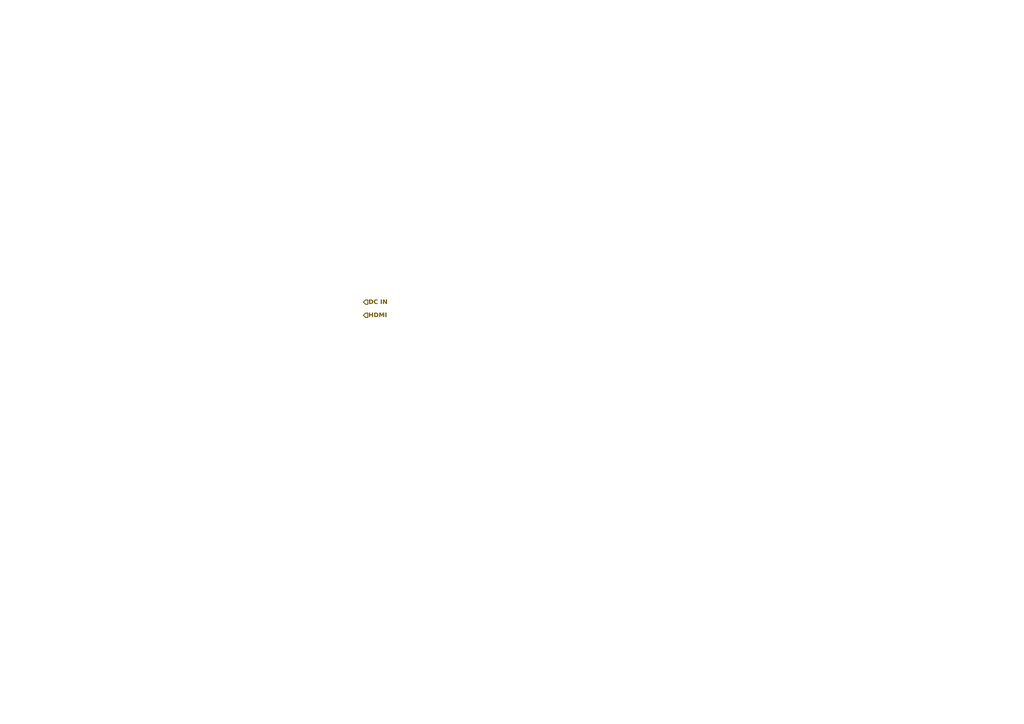
<source format=kicad_sch>
(kicad_sch
	(version 20240101)
	(generator "eeschema")
	(generator_version "8.99")
	(uuid "9656877e-9947-4465-b8a7-40790b2fc774")
	(paper "A4")
	(lib_symbols)
	(hierarchical_label "HDMI"
		(shape input)
		(at 105.41 91.44 0)
		(fields_autoplaced yes)
		(effects
			(font
				(face "JetBrains Mono")
				(size 1.27 1.27)
				(thickness 0.254)
				(bold yes)
			)
			(justify left)
		)
		(uuid "be31122e-0666-4c90-896d-a4825016af27")
	)
	(hierarchical_label "DC IN"
		(shape input)
		(at 105.41 87.63 0)
		(fields_autoplaced yes)
		(effects
			(font
				(face "JetBrains Mono")
				(size 1.27 1.27)
				(thickness 0.254)
				(bold yes)
			)
			(justify left)
		)
		(uuid "eb872876-9e19-4d6a-906b-c2c6a1497db8")
	)
)
</source>
